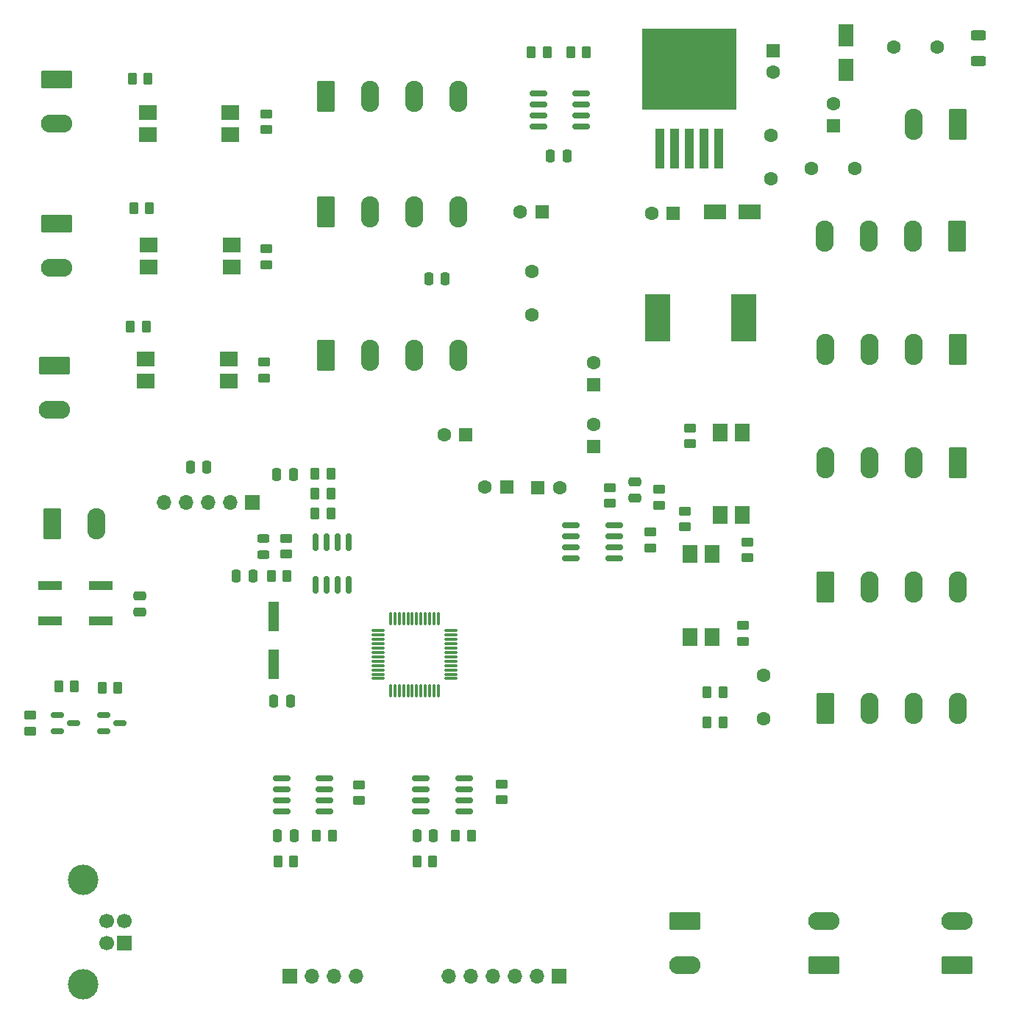
<source format=gbr>
%TF.GenerationSoftware,KiCad,Pcbnew,(6.0.8)*%
%TF.CreationDate,2022-10-21T20:54:02+03:00*%
%TF.ProjectId,commboard,636f6d6d-626f-4617-9264-2e6b69636164,rev?*%
%TF.SameCoordinates,Original*%
%TF.FileFunction,Soldermask,Top*%
%TF.FilePolarity,Negative*%
%FSLAX46Y46*%
G04 Gerber Fmt 4.6, Leading zero omitted, Abs format (unit mm)*
G04 Created by KiCad (PCBNEW (6.0.8)) date 2022-10-21 20:54:02*
%MOMM*%
%LPD*%
G01*
G04 APERTURE LIST*
G04 Aperture macros list*
%AMRoundRect*
0 Rectangle with rounded corners*
0 $1 Rounding radius*
0 $2 $3 $4 $5 $6 $7 $8 $9 X,Y pos of 4 corners*
0 Add a 4 corners polygon primitive as box body*
4,1,4,$2,$3,$4,$5,$6,$7,$8,$9,$2,$3,0*
0 Add four circle primitives for the rounded corners*
1,1,$1+$1,$2,$3*
1,1,$1+$1,$4,$5*
1,1,$1+$1,$6,$7*
1,1,$1+$1,$8,$9*
0 Add four rect primitives between the rounded corners*
20,1,$1+$1,$2,$3,$4,$5,0*
20,1,$1+$1,$4,$5,$6,$7,0*
20,1,$1+$1,$6,$7,$8,$9,0*
20,1,$1+$1,$8,$9,$2,$3,0*%
G04 Aperture macros list end*
%ADD10RoundRect,0.250000X-0.475000X0.250000X-0.475000X-0.250000X0.475000X-0.250000X0.475000X0.250000X0*%
%ADD11RoundRect,0.243750X0.456250X-0.243750X0.456250X0.243750X-0.456250X0.243750X-0.456250X-0.243750X0*%
%ADD12RoundRect,0.249999X-1.550001X0.790001X-1.550001X-0.790001X1.550001X-0.790001X1.550001X0.790001X0*%
%ADD13O,3.600000X2.080000*%
%ADD14RoundRect,0.250000X0.625000X-0.312500X0.625000X0.312500X-0.625000X0.312500X-0.625000X-0.312500X0*%
%ADD15RoundRect,0.250000X0.262500X0.450000X-0.262500X0.450000X-0.262500X-0.450000X0.262500X-0.450000X0*%
%ADD16R,1.600000X1.600000*%
%ADD17C,1.600000*%
%ADD18RoundRect,0.249999X0.790001X1.550001X-0.790001X1.550001X-0.790001X-1.550001X0.790001X-1.550001X0*%
%ADD19O,2.080000X3.600000*%
%ADD20RoundRect,0.250000X-0.262500X-0.450000X0.262500X-0.450000X0.262500X0.450000X-0.262500X0.450000X0*%
%ADD21RoundRect,0.249999X1.550001X-0.790001X1.550001X0.790001X-1.550001X0.790001X-1.550001X-0.790001X0*%
%ADD22RoundRect,0.250000X0.250000X0.475000X-0.250000X0.475000X-0.250000X-0.475000X0.250000X-0.475000X0*%
%ADD23RoundRect,0.250000X0.475000X-0.250000X0.475000X0.250000X-0.475000X0.250000X-0.475000X-0.250000X0*%
%ADD24RoundRect,0.250000X-0.450000X0.262500X-0.450000X-0.262500X0.450000X-0.262500X0.450000X0.262500X0*%
%ADD25RoundRect,0.250000X0.450000X-0.262500X0.450000X0.262500X-0.450000X0.262500X-0.450000X-0.262500X0*%
%ADD26RoundRect,0.250000X-0.250000X-0.475000X0.250000X-0.475000X0.250000X0.475000X-0.250000X0.475000X0*%
%ADD27R,2.000000X1.780000*%
%ADD28RoundRect,0.150000X0.150000X-0.825000X0.150000X0.825000X-0.150000X0.825000X-0.150000X-0.825000X0*%
%ADD29R,1.100000X4.600000*%
%ADD30R,10.800000X9.400000*%
%ADD31R,1.800000X2.500000*%
%ADD32RoundRect,0.249999X-0.790001X-1.550001X0.790001X-1.550001X0.790001X1.550001X-0.790001X1.550001X0*%
%ADD33RoundRect,0.150000X0.825000X0.150000X-0.825000X0.150000X-0.825000X-0.150000X0.825000X-0.150000X0*%
%ADD34R,1.200000X3.500000*%
%ADD35R,2.800000X1.000000*%
%ADD36RoundRect,0.150000X-0.825000X-0.150000X0.825000X-0.150000X0.825000X0.150000X-0.825000X0.150000X0*%
%ADD37R,1.700000X1.700000*%
%ADD38O,1.700000X1.700000*%
%ADD39R,2.900000X5.400000*%
%ADD40RoundRect,0.150000X-0.587500X-0.150000X0.587500X-0.150000X0.587500X0.150000X-0.587500X0.150000X0*%
%ADD41R,1.780000X2.000000*%
%ADD42RoundRect,0.075000X-0.662500X-0.075000X0.662500X-0.075000X0.662500X0.075000X-0.662500X0.075000X0*%
%ADD43RoundRect,0.075000X-0.075000X-0.662500X0.075000X-0.662500X0.075000X0.662500X-0.075000X0.662500X0*%
%ADD44C,1.700000*%
%ADD45C,3.500000*%
%ADD46R,2.500000X1.800000*%
G04 APERTURE END LIST*
D10*
%TO.C,C114*%
X58800000Y-110750000D03*
X58800000Y-112650000D03*
%TD*%
D11*
%TO.C,D101*%
X73050000Y-106000000D03*
X73050000Y-104125000D03*
%TD*%
D12*
%TO.C,J901*%
X49230000Y-51318750D03*
D13*
X49230000Y-56398750D03*
%TD*%
D14*
%TO.C,F501*%
X155330000Y-49181250D03*
X155330000Y-46256250D03*
%TD*%
D15*
%TO.C,R114*%
X105705000Y-48188750D03*
X103880000Y-48188750D03*
%TD*%
D16*
%TO.C,C504*%
X131700000Y-47994888D03*
D17*
X131700000Y-50494888D03*
%TD*%
D18*
%TO.C,J401*%
X152910000Y-69318750D03*
D19*
X147830000Y-69318750D03*
X142750000Y-69318750D03*
X137670000Y-69318750D03*
%TD*%
D20*
%TO.C,R109*%
X78987500Y-101300000D03*
X80812500Y-101300000D03*
%TD*%
D21*
%TO.C,J108*%
X137600000Y-153240000D03*
D13*
X137600000Y-148160000D03*
%TD*%
D16*
%TO.C,C702*%
X111055000Y-93543750D03*
D17*
X111055000Y-91043750D03*
%TD*%
D22*
%TO.C,C115*%
X66550000Y-95900000D03*
X64650000Y-95900000D03*
%TD*%
D23*
%TO.C,C201*%
X115800000Y-99500000D03*
X115800000Y-97600000D03*
%TD*%
D24*
%TO.C,R107*%
X46200000Y-124487500D03*
X46200000Y-126312500D03*
%TD*%
D15*
%TO.C,R110*%
X80812500Y-99000000D03*
X78987500Y-99000000D03*
%TD*%
D25*
%TO.C,R201*%
X118600000Y-100300000D03*
X118600000Y-98475000D03*
%TD*%
D16*
%TO.C,C113*%
X105090000Y-66557500D03*
D17*
X102590000Y-66557500D03*
%TD*%
D15*
%TO.C,R801*%
X59950238Y-66170000D03*
X58125238Y-66170000D03*
%TD*%
D22*
%TO.C,C301*%
X76580000Y-138348750D03*
X74680000Y-138348750D03*
%TD*%
D17*
%TO.C,C107*%
X130630000Y-119918750D03*
X130630000Y-124918750D03*
%TD*%
D26*
%TO.C,C111*%
X92090000Y-74257500D03*
X93990000Y-74257500D03*
%TD*%
D27*
%TO.C,U801*%
X59835000Y-70330000D03*
X59835000Y-72870000D03*
X69365000Y-72870000D03*
X69365000Y-70330000D03*
%TD*%
D28*
%TO.C,U102*%
X79080000Y-109500000D03*
X80350000Y-109500000D03*
X81620000Y-109500000D03*
X82890000Y-109500000D03*
X82890000Y-104550000D03*
X81620000Y-104550000D03*
X80350000Y-104550000D03*
X79080000Y-104550000D03*
%TD*%
D27*
%TO.C,U901*%
X59735000Y-55130000D03*
X59735000Y-57670000D03*
X69265000Y-57670000D03*
X69265000Y-55130000D03*
%TD*%
D22*
%TO.C,C401*%
X92605000Y-138343750D03*
X90705000Y-138343750D03*
%TD*%
D29*
%TO.C,U501*%
X118655000Y-59293750D03*
X120355000Y-59293750D03*
X122055000Y-59293750D03*
D30*
X122055000Y-50143750D03*
D29*
X123755000Y-59293750D03*
X125455000Y-59293750D03*
%TD*%
D15*
%TO.C,R108*%
X56312500Y-121300000D03*
X54487500Y-121300000D03*
%TD*%
D31*
%TO.C,D501*%
X140130000Y-50218750D03*
X140130000Y-46218750D03*
%TD*%
D18*
%TO.C,J201*%
X152930000Y-95418750D03*
D19*
X147850000Y-95418750D03*
X142770000Y-95418750D03*
X137690000Y-95418750D03*
%TD*%
D15*
%TO.C,R403*%
X92547500Y-141323750D03*
X90722500Y-141323750D03*
%TD*%
D16*
%TO.C,C701*%
X104649887Y-98343750D03*
D17*
X107149887Y-98343750D03*
%TD*%
D32*
%TO.C,J101*%
X137710000Y-123663750D03*
D19*
X142790000Y-123663750D03*
X147870000Y-123663750D03*
X152950000Y-123663750D03*
%TD*%
D12*
%TO.C,J1001*%
X49030000Y-84218750D03*
D13*
X49030000Y-89298750D03*
%TD*%
D20*
%TO.C,R115*%
X108392500Y-48188750D03*
X110217500Y-48188750D03*
%TD*%
D33*
%TO.C,U104*%
X109630000Y-56758750D03*
X109630000Y-55488750D03*
X109630000Y-54218750D03*
X109630000Y-52948750D03*
X104680000Y-52948750D03*
X104680000Y-54218750D03*
X104680000Y-55488750D03*
X104680000Y-56758750D03*
%TD*%
D34*
%TO.C,Y101*%
X74250000Y-118650000D03*
X74250000Y-113150000D03*
%TD*%
D15*
%TO.C,R104*%
X125942500Y-121818750D03*
X124117500Y-121818750D03*
%TD*%
D35*
%TO.C,SW101*%
X48500000Y-109600000D03*
X54300000Y-109600000D03*
X48500000Y-113600000D03*
X54300000Y-113600000D03*
%TD*%
D16*
%TO.C,C705*%
X111055000Y-86443750D03*
D17*
X111055000Y-83943750D03*
%TD*%
D16*
%TO.C,C704*%
X96360112Y-92243750D03*
D17*
X93860112Y-92243750D03*
%TD*%
D36*
%TO.C,U201*%
X108455000Y-102613750D03*
X108455000Y-103883750D03*
X108455000Y-105153750D03*
X108455000Y-106423750D03*
X113405000Y-106423750D03*
X113405000Y-105153750D03*
X113405000Y-103883750D03*
X113405000Y-102613750D03*
%TD*%
D25*
%TO.C,R202*%
X117600000Y-105212500D03*
X117600000Y-103387500D03*
%TD*%
D37*
%TO.C,J112*%
X107100000Y-154500000D03*
D38*
X104560000Y-154500000D03*
X102020000Y-154500000D03*
X99480000Y-154500000D03*
X96940000Y-154500000D03*
X94400000Y-154500000D03*
%TD*%
D20*
%TO.C,R111*%
X78987500Y-96700000D03*
X80812500Y-96700000D03*
%TD*%
D39*
%TO.C,L501*%
X118430000Y-78718750D03*
X128330000Y-78718750D03*
%TD*%
D24*
%TO.C,R1102*%
X121580000Y-101005000D03*
X121580000Y-102830000D03*
%TD*%
D40*
%TO.C,Q101*%
X49362500Y-124450000D03*
X49362500Y-126350000D03*
X51237500Y-125400000D03*
%TD*%
D15*
%TO.C,R901*%
X59765238Y-51238184D03*
X57940238Y-51238184D03*
%TD*%
D41*
%TO.C,U1201*%
X128200000Y-91932500D03*
X125660000Y-91932500D03*
X125660000Y-101462500D03*
X128200000Y-101462500D03*
%TD*%
D25*
%TO.C,R1002*%
X73095238Y-85656816D03*
X73095238Y-83831816D03*
%TD*%
D36*
%TO.C,U301*%
X75155000Y-131713750D03*
X75155000Y-132983750D03*
X75155000Y-134253750D03*
X75155000Y-135523750D03*
X80105000Y-135523750D03*
X80105000Y-134253750D03*
X80105000Y-132983750D03*
X80105000Y-131713750D03*
%TD*%
D32*
%TO.C,J103*%
X137710000Y-109741250D03*
D19*
X142790000Y-109741250D03*
X147870000Y-109741250D03*
X152950000Y-109741250D03*
%TD*%
D37*
%TO.C,J104*%
X76120000Y-154500000D03*
D38*
X78660000Y-154500000D03*
X81200000Y-154500000D03*
X83740000Y-154500000D03*
%TD*%
D20*
%TO.C,R101*%
X124117500Y-125318750D03*
X125942500Y-125318750D03*
%TD*%
D25*
%TO.C,R402*%
X100500000Y-134212500D03*
X100500000Y-132387500D03*
%TD*%
D37*
%TO.C,J111*%
X71740000Y-100000000D03*
D38*
X69200000Y-100000000D03*
X66660000Y-100000000D03*
X64120000Y-100000000D03*
X61580000Y-100000000D03*
%TD*%
D21*
%TO.C,J109*%
X152922500Y-153240000D03*
D13*
X152922500Y-148160000D03*
%TD*%
D12*
%TO.C,J801*%
X49240000Y-67926250D03*
D13*
X49240000Y-73006250D03*
%TD*%
D42*
%TO.C,U101*%
X86267500Y-114768750D03*
X86267500Y-115268750D03*
X86267500Y-115768750D03*
X86267500Y-116268750D03*
X86267500Y-116768750D03*
X86267500Y-117268750D03*
X86267500Y-117768750D03*
X86267500Y-118268750D03*
X86267500Y-118768750D03*
X86267500Y-119268750D03*
X86267500Y-119768750D03*
X86267500Y-120268750D03*
D43*
X87680000Y-121681250D03*
X88180000Y-121681250D03*
X88680000Y-121681250D03*
X89180000Y-121681250D03*
X89680000Y-121681250D03*
X90180000Y-121681250D03*
X90680000Y-121681250D03*
X91180000Y-121681250D03*
X91680000Y-121681250D03*
X92180000Y-121681250D03*
X92680000Y-121681250D03*
X93180000Y-121681250D03*
D42*
X94592500Y-120268750D03*
X94592500Y-119768750D03*
X94592500Y-119268750D03*
X94592500Y-118768750D03*
X94592500Y-118268750D03*
X94592500Y-117768750D03*
X94592500Y-117268750D03*
X94592500Y-116768750D03*
X94592500Y-116268750D03*
X94592500Y-115768750D03*
X94592500Y-115268750D03*
X94592500Y-114768750D03*
D43*
X93180000Y-113356250D03*
X92680000Y-113356250D03*
X92180000Y-113356250D03*
X91680000Y-113356250D03*
X91180000Y-113356250D03*
X90680000Y-113356250D03*
X90180000Y-113356250D03*
X89680000Y-113356250D03*
X89180000Y-113356250D03*
X88680000Y-113356250D03*
X88180000Y-113356250D03*
X87680000Y-113356250D03*
%TD*%
D25*
%TO.C,R102*%
X75650000Y-105950000D03*
X75650000Y-104125000D03*
%TD*%
%TO.C,R802*%
X73380238Y-72625000D03*
X73380238Y-70800000D03*
%TD*%
%TO.C,R302*%
X84060000Y-134312500D03*
X84060000Y-132487500D03*
%TD*%
D22*
%TO.C,C117*%
X107967500Y-60118750D03*
X106067500Y-60118750D03*
%TD*%
D17*
%TO.C,C116*%
X103930000Y-78418750D03*
X103930000Y-73418750D03*
%TD*%
%TO.C,C506*%
X131430000Y-62718750D03*
X131430000Y-57718750D03*
%TD*%
%TO.C,C501*%
X150630000Y-47618750D03*
X145630000Y-47618750D03*
%TD*%
D25*
%TO.C,R902*%
X73395238Y-57093184D03*
X73395238Y-55268184D03*
%TD*%
D15*
%TO.C,R106*%
X51312500Y-121200000D03*
X49487500Y-121200000D03*
%TD*%
D32*
%TO.C,J102*%
X48760000Y-102422500D03*
D19*
X53840000Y-102422500D03*
%TD*%
D32*
%TO.C,J110*%
X80210000Y-83041250D03*
D19*
X85290000Y-83041250D03*
X90370000Y-83041250D03*
X95450000Y-83041250D03*
%TD*%
D41*
%TO.C,U1101*%
X122160000Y-115462500D03*
X124700000Y-115462500D03*
X124700000Y-105932500D03*
X122160000Y-105932500D03*
%TD*%
D25*
%TO.C,R1101*%
X128230000Y-115980000D03*
X128230000Y-114155000D03*
%TD*%
D27*
%TO.C,U1001*%
X59535000Y-83530000D03*
X59535000Y-86070000D03*
X69065000Y-86070000D03*
X69065000Y-83530000D03*
%TD*%
D40*
%TO.C,Q102*%
X54662500Y-124450000D03*
X54662500Y-126350000D03*
X56537500Y-125400000D03*
%TD*%
D32*
%TO.C,J106*%
X80270000Y-66557500D03*
D19*
X85350000Y-66557500D03*
X90430000Y-66557500D03*
X95510000Y-66557500D03*
%TD*%
D16*
%TO.C,C505*%
X120230000Y-66718750D03*
D17*
X117730000Y-66718750D03*
%TD*%
D12*
%TO.C,J107*%
X121577500Y-148160000D03*
D13*
X121577500Y-153240000D03*
%TD*%
D25*
%TO.C,R203*%
X112900000Y-100100000D03*
X112900000Y-98275000D03*
%TD*%
D36*
%TO.C,U401*%
X91180000Y-131708750D03*
X91180000Y-132978750D03*
X91180000Y-134248750D03*
X91180000Y-135518750D03*
X96130000Y-135518750D03*
X96130000Y-134248750D03*
X96130000Y-132978750D03*
X96130000Y-131708750D03*
%TD*%
D32*
%TO.C,J105*%
X80270000Y-53280000D03*
D19*
X85350000Y-53280000D03*
X90430000Y-53280000D03*
X95510000Y-53280000D03*
%TD*%
D26*
%TO.C,C102*%
X74250000Y-122850000D03*
X76150000Y-122850000D03*
%TD*%
D18*
%TO.C,J301*%
X152930000Y-82374687D03*
D19*
X147850000Y-82374687D03*
X142770000Y-82374687D03*
X137690000Y-82374687D03*
%TD*%
D20*
%TO.C,R401*%
X95172500Y-138313750D03*
X96997500Y-138313750D03*
%TD*%
D25*
%TO.C,R1202*%
X128780000Y-106390000D03*
X128780000Y-104565000D03*
%TD*%
D22*
%TO.C,C105*%
X71850000Y-108450000D03*
X69950000Y-108450000D03*
%TD*%
D20*
%TO.C,R301*%
X79147500Y-138318750D03*
X80972500Y-138318750D03*
%TD*%
D15*
%TO.C,R1001*%
X59565238Y-79801816D03*
X57740238Y-79801816D03*
%TD*%
D24*
%TO.C,R1201*%
X122130000Y-91415000D03*
X122130000Y-93240000D03*
%TD*%
D15*
%TO.C,R105*%
X75775000Y-108450000D03*
X73950000Y-108450000D03*
%TD*%
%TO.C,R303*%
X76522500Y-141328750D03*
X74697500Y-141328750D03*
%TD*%
D16*
%TO.C,C703*%
X101060112Y-98243750D03*
D17*
X98560112Y-98243750D03*
%TD*%
D37*
%TO.C,J601*%
X57000000Y-150700000D03*
D44*
X57000000Y-148200000D03*
X55000000Y-148200000D03*
X55000000Y-150700000D03*
D45*
X52290000Y-143430000D03*
X52290000Y-155470000D03*
%TD*%
D18*
%TO.C,J501*%
X152930000Y-56518750D03*
D19*
X147850000Y-56518750D03*
%TD*%
D46*
%TO.C,D502*%
X125030000Y-66518750D03*
X129030000Y-66518750D03*
%TD*%
D22*
%TO.C,C108*%
X76500000Y-96800000D03*
X74600000Y-96800000D03*
%TD*%
D16*
%TO.C,C502*%
X138630000Y-56623863D03*
D17*
X138630000Y-54123863D03*
%TD*%
%TO.C,C503*%
X141130000Y-61518750D03*
X136130000Y-61518750D03*
%TD*%
M02*

</source>
